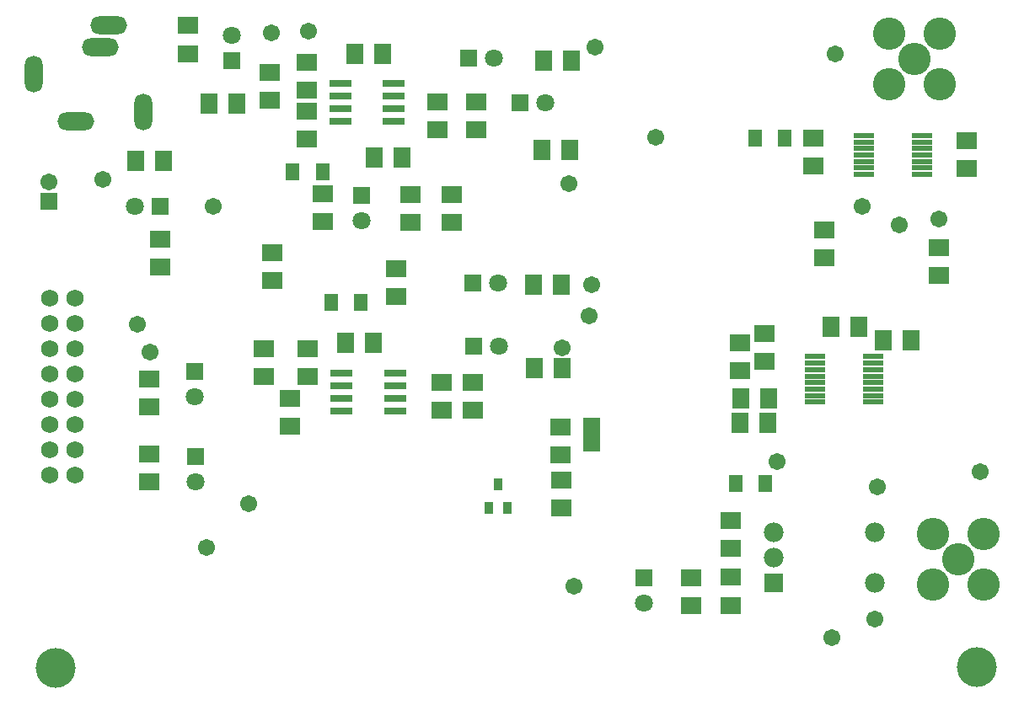
<source format=gbr>
G04 DipTrace 3.3.1.1*
G04 TopMask.gbr*
%MOIN*%
G04 #@! TF.FileFunction,Soldermask,Top*
G04 #@! TF.Part,Single*
%ADD39C,0.15748*%
%ADD45R,0.078898X0.02378*%
%ADD47R,0.086772X0.031654*%
%ADD49C,0.078031*%
%ADD51R,0.078031X0.078031*%
%ADD53R,0.033622X0.04937*%
%ADD55C,0.067087*%
%ADD57C,0.128031*%
%ADD59R,0.055276X0.071024*%
%ADD61C,0.067087*%
%ADD63R,0.067087X0.067087*%
%ADD65O,0.145827X0.071024*%
%ADD67O,0.071024X0.145827*%
%ADD69C,0.068031*%
%ADD71R,0.071024X0.078898*%
%ADD73R,0.071024X0.071024*%
%ADD75C,0.071024*%
%ADD77R,0.078898X0.071024*%
%FSLAX26Y26*%
G04*
G70*
G90*
G75*
G01*
G04 TopMask*
%LPD*%
D77*
X917080Y1570293D3*
Y1680529D3*
D75*
X1099308Y1612374D3*
D73*
Y1712374D3*
D77*
X1394370Y2783604D3*
Y2893840D3*
D75*
X2281464Y2950752D3*
D73*
X2181464D3*
D77*
X3350161Y1751715D3*
Y1861951D3*
D75*
X1243306Y3042506D3*
D73*
Y2942506D3*
D75*
X2483709Y2775435D3*
D73*
X2383709D3*
D77*
X1071315Y3080022D3*
Y2969786D3*
D71*
X3363513Y1507483D3*
X3253277D3*
D77*
X1540311Y2743022D3*
Y2632786D3*
X1371000Y1690482D3*
Y1800718D3*
D75*
X2297475Y2060412D3*
D73*
X2197475D3*
D77*
X3253615Y1715832D3*
Y1826068D3*
D75*
X862273Y2365414D3*
D73*
X962273D3*
D77*
X3060705Y893534D3*
Y783298D3*
D75*
X2300987Y1812166D3*
D73*
X2200987D3*
D75*
X2874978Y793615D3*
D73*
Y893615D3*
D71*
X864825Y2544446D3*
X975062D3*
X3366546Y1605375D3*
X3256310D3*
D77*
X1474336Y1606400D3*
Y1496164D3*
X1950930Y2412722D3*
Y2302486D3*
D75*
X1757457Y2308849D3*
D73*
Y2408849D3*
D77*
X1405440Y2181373D3*
Y2071136D3*
X2547261Y1280436D3*
Y1170199D3*
X1603146Y2415312D3*
Y2305076D3*
X3543622Y2634407D3*
Y2524171D3*
X4149436Y2624210D3*
Y2513974D3*
X917270Y1276139D3*
Y1386375D3*
D75*
X1100052Y1273668D3*
D73*
Y1373668D3*
D71*
X3820157Y1834215D3*
X3930394D3*
D77*
X1895373Y2117269D3*
Y2007033D3*
D71*
X3614844Y1888051D3*
X3725080D3*
D39*
X4192063Y540385D3*
X547793Y536681D3*
D69*
X523056Y1902283D3*
Y1802283D3*
Y1702283D3*
Y1602283D3*
Y1502283D3*
Y1402283D3*
Y1302283D3*
X623056D3*
Y1402283D3*
Y1502283D3*
Y1602283D3*
Y1702283D3*
Y1802283D3*
Y1902283D3*
Y2002283D3*
X523056D3*
D67*
X459659Y2886577D3*
D65*
X757135Y3080722D3*
X724652Y2994668D3*
X627278Y2702000D3*
D67*
X895293Y2736890D3*
D63*
X519448Y2383307D3*
D61*
Y2462047D3*
D59*
X1603825Y2502512D3*
X1485715D3*
X1755361Y1983437D3*
X1637251D3*
X3313627Y2635367D3*
X3431738D3*
X3355055Y1267345D3*
X3236945D3*
D57*
X4218808Y868297D3*
X4018808D3*
Y1068297D3*
X4218808D3*
X4118808Y968297D3*
D63*
X2668583Y1426562D3*
X2667248Y1494159D3*
D55*
X2682310Y2993533D3*
X2577241Y2454309D3*
D57*
X4044625Y3047474D3*
Y2847474D3*
D55*
X2667455Y2056429D3*
X2551921Y1803933D3*
X1401549Y3051044D3*
X733730Y2469925D3*
X920992Y1787427D3*
X1312087Y1187179D3*
X3738663Y2363902D3*
X4039437Y2314029D3*
X3788301Y731585D3*
X3401930Y1354836D3*
X3797499Y1255944D3*
X4205280Y1315639D3*
X1171474Y2365042D3*
X2921727Y2639668D3*
D57*
X3844625Y2847474D3*
D55*
X2657429Y1930161D3*
D57*
X3844625Y3047474D3*
D55*
X2598740Y862753D3*
X1144417Y1015831D3*
X870316Y1897088D3*
X1548139Y3056668D3*
X3618470Y659791D3*
X3629470Y2966828D3*
X3884797Y2290298D3*
D57*
X3944625Y2947474D3*
D53*
X2259644Y1172707D3*
X2334448D3*
X2297046Y1263259D3*
D71*
X2478913Y2942434D3*
X2589149D3*
D77*
X1541793Y2825772D3*
Y2936008D3*
X2059278Y2668378D3*
Y2778614D3*
D71*
X1155560Y2771291D3*
X1265796D3*
X1729815Y2969257D3*
X1840051D3*
X2470540Y2589197D3*
X2580776D3*
D77*
X3218514Y1010209D3*
Y1120445D3*
X3586152Y2160298D3*
Y2270534D3*
D71*
X2438578Y2055415D3*
X2548814D3*
D77*
X4041400Y2092365D3*
Y2202601D3*
X1543105Y1691348D3*
Y1801584D3*
X2073152Y1556463D3*
Y1666699D3*
X962024Y2234138D3*
Y2123902D3*
X3216605Y786448D3*
Y896684D3*
D71*
X1695159Y1825083D3*
X1805395D3*
X2440744Y1723497D3*
X2550980D3*
X1806484Y2559077D3*
X1916721D3*
D77*
X2114355Y2302608D3*
Y2412844D3*
X2543109Y1382196D3*
Y1492432D3*
D51*
X3387545Y875293D3*
D49*
Y975293D3*
Y1075293D3*
X3787545D3*
Y875293D3*
D47*
X1672690Y2850602D3*
Y2800602D3*
Y2750602D3*
Y2700602D3*
X1885289D3*
Y2750602D3*
Y2800602D3*
Y2850602D3*
X1679161Y1705274D3*
Y1655274D3*
Y1605274D3*
Y1555274D3*
X1891760D3*
Y1605274D3*
Y1655274D3*
Y1705274D3*
D45*
X3551903Y1769891D3*
Y1744301D3*
Y1718710D3*
Y1693119D3*
Y1667529D3*
Y1641938D3*
Y1616348D3*
Y1590757D3*
X3780257D3*
X3780249Y1616348D3*
Y1641938D3*
Y1667529D3*
Y1693119D3*
Y1718710D3*
Y1744301D3*
Y1769891D3*
X3745702Y2644678D3*
Y2619088D3*
Y2593497D3*
Y2567907D3*
Y2542316D3*
Y2516726D3*
X3745710Y2491135D3*
X3974049D3*
Y2516726D3*
Y2542316D3*
Y2567907D3*
Y2593497D3*
Y2619088D3*
Y2644678D3*
D77*
X2209959Y2668458D3*
Y2778695D3*
X2197551Y1557782D3*
Y1668018D3*
M02*

</source>
